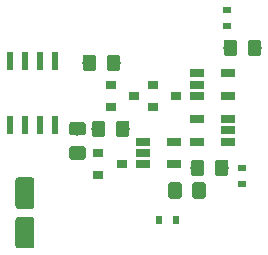
<source format=gbr>
G04 #@! TF.GenerationSoftware,KiCad,Pcbnew,(5.1.0)-1*
G04 #@! TF.CreationDate,2019-04-16T00:07:38+07:00*
G04 #@! TF.ProjectId,Bano,42616e6f-2e6b-4696-9361-645f70636258,rev?*
G04 #@! TF.SameCoordinates,Original*
G04 #@! TF.FileFunction,Paste,Top*
G04 #@! TF.FilePolarity,Positive*
%FSLAX46Y46*%
G04 Gerber Fmt 4.6, Leading zero omitted, Abs format (unit mm)*
G04 Created by KiCad (PCBNEW (5.1.0)-1) date 2019-04-16 00:07:38*
%MOMM*%
%LPD*%
G04 APERTURE LIST*
%ADD10C,0.100000*%
%ADD11C,1.600000*%
%ADD12R,0.700000X0.600000*%
%ADD13R,0.600000X0.700000*%
%ADD14R,0.900000X0.800000*%
%ADD15C,1.150000*%
%ADD16R,0.600000X1.550000*%
%ADD17R,1.220000X0.650000*%
G04 APERTURE END LIST*
D10*
G36*
X69789504Y-61311204D02*
G01*
X69813773Y-61314804D01*
X69837571Y-61320765D01*
X69860671Y-61329030D01*
X69882849Y-61339520D01*
X69903893Y-61352133D01*
X69923598Y-61366747D01*
X69941777Y-61383223D01*
X69958253Y-61401402D01*
X69972867Y-61421107D01*
X69985480Y-61442151D01*
X69995970Y-61464329D01*
X70004235Y-61487429D01*
X70010196Y-61511227D01*
X70013796Y-61535496D01*
X70015000Y-61560000D01*
X70015000Y-63710000D01*
X70013796Y-63734504D01*
X70010196Y-63758773D01*
X70004235Y-63782571D01*
X69995970Y-63805671D01*
X69985480Y-63827849D01*
X69972867Y-63848893D01*
X69958253Y-63868598D01*
X69941777Y-63886777D01*
X69923598Y-63903253D01*
X69903893Y-63917867D01*
X69882849Y-63930480D01*
X69860671Y-63940970D01*
X69837571Y-63949235D01*
X69813773Y-63955196D01*
X69789504Y-63958796D01*
X69765000Y-63960000D01*
X68665000Y-63960000D01*
X68640496Y-63958796D01*
X68616227Y-63955196D01*
X68592429Y-63949235D01*
X68569329Y-63940970D01*
X68547151Y-63930480D01*
X68526107Y-63917867D01*
X68506402Y-63903253D01*
X68488223Y-63886777D01*
X68471747Y-63868598D01*
X68457133Y-63848893D01*
X68444520Y-63827849D01*
X68434030Y-63805671D01*
X68425765Y-63782571D01*
X68419804Y-63758773D01*
X68416204Y-63734504D01*
X68415000Y-63710000D01*
X68415000Y-61560000D01*
X68416204Y-61535496D01*
X68419804Y-61511227D01*
X68425765Y-61487429D01*
X68434030Y-61464329D01*
X68444520Y-61442151D01*
X68457133Y-61421107D01*
X68471747Y-61401402D01*
X68488223Y-61383223D01*
X68506402Y-61366747D01*
X68526107Y-61352133D01*
X68547151Y-61339520D01*
X68569329Y-61329030D01*
X68592429Y-61320765D01*
X68616227Y-61314804D01*
X68640496Y-61311204D01*
X68665000Y-61310000D01*
X69765000Y-61310000D01*
X69789504Y-61311204D01*
X69789504Y-61311204D01*
G37*
D11*
X69215000Y-62635000D03*
D10*
G36*
X69789504Y-57961204D02*
G01*
X69813773Y-57964804D01*
X69837571Y-57970765D01*
X69860671Y-57979030D01*
X69882849Y-57989520D01*
X69903893Y-58002133D01*
X69923598Y-58016747D01*
X69941777Y-58033223D01*
X69958253Y-58051402D01*
X69972867Y-58071107D01*
X69985480Y-58092151D01*
X69995970Y-58114329D01*
X70004235Y-58137429D01*
X70010196Y-58161227D01*
X70013796Y-58185496D01*
X70015000Y-58210000D01*
X70015000Y-60360000D01*
X70013796Y-60384504D01*
X70010196Y-60408773D01*
X70004235Y-60432571D01*
X69995970Y-60455671D01*
X69985480Y-60477849D01*
X69972867Y-60498893D01*
X69958253Y-60518598D01*
X69941777Y-60536777D01*
X69923598Y-60553253D01*
X69903893Y-60567867D01*
X69882849Y-60580480D01*
X69860671Y-60590970D01*
X69837571Y-60599235D01*
X69813773Y-60605196D01*
X69789504Y-60608796D01*
X69765000Y-60610000D01*
X68665000Y-60610000D01*
X68640496Y-60608796D01*
X68616227Y-60605196D01*
X68592429Y-60599235D01*
X68569329Y-60590970D01*
X68547151Y-60580480D01*
X68526107Y-60567867D01*
X68506402Y-60553253D01*
X68488223Y-60536777D01*
X68471747Y-60518598D01*
X68457133Y-60498893D01*
X68444520Y-60477849D01*
X68434030Y-60455671D01*
X68425765Y-60432571D01*
X68419804Y-60408773D01*
X68416204Y-60384504D01*
X68415000Y-60360000D01*
X68415000Y-58210000D01*
X68416204Y-58185496D01*
X68419804Y-58161227D01*
X68425765Y-58137429D01*
X68434030Y-58114329D01*
X68444520Y-58092151D01*
X68457133Y-58071107D01*
X68471747Y-58051402D01*
X68488223Y-58033223D01*
X68506402Y-58016747D01*
X68526107Y-58002133D01*
X68547151Y-57989520D01*
X68569329Y-57979030D01*
X68592429Y-57970765D01*
X68616227Y-57964804D01*
X68640496Y-57961204D01*
X68665000Y-57960000D01*
X69765000Y-57960000D01*
X69789504Y-57961204D01*
X69789504Y-57961204D01*
G37*
D11*
X69215000Y-59285000D03*
D12*
X86360000Y-43750000D03*
X86360000Y-45150000D03*
X87630000Y-57150000D03*
X87630000Y-58550000D03*
D13*
X80580000Y-61595000D03*
X81980000Y-61595000D03*
D14*
X80026000Y-50104000D03*
X80026000Y-52004000D03*
X82026000Y-51054000D03*
X76470000Y-50104000D03*
X76470000Y-52004000D03*
X78470000Y-51054000D03*
X77438000Y-56830000D03*
X75438000Y-57780000D03*
X75438000Y-55880000D03*
D10*
G36*
X75016505Y-47561204D02*
G01*
X75040773Y-47564804D01*
X75064572Y-47570765D01*
X75087671Y-47579030D01*
X75109850Y-47589520D01*
X75130893Y-47602132D01*
X75150599Y-47616747D01*
X75168777Y-47633223D01*
X75185253Y-47651401D01*
X75199868Y-47671107D01*
X75212480Y-47692150D01*
X75222970Y-47714329D01*
X75231235Y-47737428D01*
X75237196Y-47761227D01*
X75240796Y-47785495D01*
X75242000Y-47809999D01*
X75242000Y-48710001D01*
X75240796Y-48734505D01*
X75237196Y-48758773D01*
X75231235Y-48782572D01*
X75222970Y-48805671D01*
X75212480Y-48827850D01*
X75199868Y-48848893D01*
X75185253Y-48868599D01*
X75168777Y-48886777D01*
X75150599Y-48903253D01*
X75130893Y-48917868D01*
X75109850Y-48930480D01*
X75087671Y-48940970D01*
X75064572Y-48949235D01*
X75040773Y-48955196D01*
X75016505Y-48958796D01*
X74992001Y-48960000D01*
X74341999Y-48960000D01*
X74317495Y-48958796D01*
X74293227Y-48955196D01*
X74269428Y-48949235D01*
X74246329Y-48940970D01*
X74224150Y-48930480D01*
X74203107Y-48917868D01*
X74183401Y-48903253D01*
X74165223Y-48886777D01*
X74148747Y-48868599D01*
X74134132Y-48848893D01*
X74121520Y-48827850D01*
X74111030Y-48805671D01*
X74102765Y-48782572D01*
X74096804Y-48758773D01*
X74093204Y-48734505D01*
X74092000Y-48710001D01*
X74092000Y-47809999D01*
X74093204Y-47785495D01*
X74096804Y-47761227D01*
X74102765Y-47737428D01*
X74111030Y-47714329D01*
X74121520Y-47692150D01*
X74134132Y-47671107D01*
X74148747Y-47651401D01*
X74165223Y-47633223D01*
X74183401Y-47616747D01*
X74203107Y-47602132D01*
X74224150Y-47589520D01*
X74246329Y-47579030D01*
X74269428Y-47570765D01*
X74293227Y-47564804D01*
X74317495Y-47561204D01*
X74341999Y-47560000D01*
X74992001Y-47560000D01*
X75016505Y-47561204D01*
X75016505Y-47561204D01*
G37*
D15*
X74667000Y-48260000D03*
D10*
G36*
X77066505Y-47561204D02*
G01*
X77090773Y-47564804D01*
X77114572Y-47570765D01*
X77137671Y-47579030D01*
X77159850Y-47589520D01*
X77180893Y-47602132D01*
X77200599Y-47616747D01*
X77218777Y-47633223D01*
X77235253Y-47651401D01*
X77249868Y-47671107D01*
X77262480Y-47692150D01*
X77272970Y-47714329D01*
X77281235Y-47737428D01*
X77287196Y-47761227D01*
X77290796Y-47785495D01*
X77292000Y-47809999D01*
X77292000Y-48710001D01*
X77290796Y-48734505D01*
X77287196Y-48758773D01*
X77281235Y-48782572D01*
X77272970Y-48805671D01*
X77262480Y-48827850D01*
X77249868Y-48848893D01*
X77235253Y-48868599D01*
X77218777Y-48886777D01*
X77200599Y-48903253D01*
X77180893Y-48917868D01*
X77159850Y-48930480D01*
X77137671Y-48940970D01*
X77114572Y-48949235D01*
X77090773Y-48955196D01*
X77066505Y-48958796D01*
X77042001Y-48960000D01*
X76391999Y-48960000D01*
X76367495Y-48958796D01*
X76343227Y-48955196D01*
X76319428Y-48949235D01*
X76296329Y-48940970D01*
X76274150Y-48930480D01*
X76253107Y-48917868D01*
X76233401Y-48903253D01*
X76215223Y-48886777D01*
X76198747Y-48868599D01*
X76184132Y-48848893D01*
X76171520Y-48827850D01*
X76161030Y-48805671D01*
X76152765Y-48782572D01*
X76146804Y-48758773D01*
X76143204Y-48734505D01*
X76142000Y-48710001D01*
X76142000Y-47809999D01*
X76143204Y-47785495D01*
X76146804Y-47761227D01*
X76152765Y-47737428D01*
X76161030Y-47714329D01*
X76171520Y-47692150D01*
X76184132Y-47671107D01*
X76198747Y-47651401D01*
X76215223Y-47633223D01*
X76233401Y-47616747D01*
X76253107Y-47602132D01*
X76274150Y-47589520D01*
X76296329Y-47579030D01*
X76319428Y-47570765D01*
X76343227Y-47564804D01*
X76367495Y-47561204D01*
X76391999Y-47560000D01*
X77042001Y-47560000D01*
X77066505Y-47561204D01*
X77066505Y-47561204D01*
G37*
D15*
X76717000Y-48260000D03*
D10*
G36*
X77837505Y-53149204D02*
G01*
X77861773Y-53152804D01*
X77885572Y-53158765D01*
X77908671Y-53167030D01*
X77930850Y-53177520D01*
X77951893Y-53190132D01*
X77971599Y-53204747D01*
X77989777Y-53221223D01*
X78006253Y-53239401D01*
X78020868Y-53259107D01*
X78033480Y-53280150D01*
X78043970Y-53302329D01*
X78052235Y-53325428D01*
X78058196Y-53349227D01*
X78061796Y-53373495D01*
X78063000Y-53397999D01*
X78063000Y-54298001D01*
X78061796Y-54322505D01*
X78058196Y-54346773D01*
X78052235Y-54370572D01*
X78043970Y-54393671D01*
X78033480Y-54415850D01*
X78020868Y-54436893D01*
X78006253Y-54456599D01*
X77989777Y-54474777D01*
X77971599Y-54491253D01*
X77951893Y-54505868D01*
X77930850Y-54518480D01*
X77908671Y-54528970D01*
X77885572Y-54537235D01*
X77861773Y-54543196D01*
X77837505Y-54546796D01*
X77813001Y-54548000D01*
X77162999Y-54548000D01*
X77138495Y-54546796D01*
X77114227Y-54543196D01*
X77090428Y-54537235D01*
X77067329Y-54528970D01*
X77045150Y-54518480D01*
X77024107Y-54505868D01*
X77004401Y-54491253D01*
X76986223Y-54474777D01*
X76969747Y-54456599D01*
X76955132Y-54436893D01*
X76942520Y-54415850D01*
X76932030Y-54393671D01*
X76923765Y-54370572D01*
X76917804Y-54346773D01*
X76914204Y-54322505D01*
X76913000Y-54298001D01*
X76913000Y-53397999D01*
X76914204Y-53373495D01*
X76917804Y-53349227D01*
X76923765Y-53325428D01*
X76932030Y-53302329D01*
X76942520Y-53280150D01*
X76955132Y-53259107D01*
X76969747Y-53239401D01*
X76986223Y-53221223D01*
X77004401Y-53204747D01*
X77024107Y-53190132D01*
X77045150Y-53177520D01*
X77067329Y-53167030D01*
X77090428Y-53158765D01*
X77114227Y-53152804D01*
X77138495Y-53149204D01*
X77162999Y-53148000D01*
X77813001Y-53148000D01*
X77837505Y-53149204D01*
X77837505Y-53149204D01*
G37*
D15*
X77488000Y-53848000D03*
D10*
G36*
X75787505Y-53149204D02*
G01*
X75811773Y-53152804D01*
X75835572Y-53158765D01*
X75858671Y-53167030D01*
X75880850Y-53177520D01*
X75901893Y-53190132D01*
X75921599Y-53204747D01*
X75939777Y-53221223D01*
X75956253Y-53239401D01*
X75970868Y-53259107D01*
X75983480Y-53280150D01*
X75993970Y-53302329D01*
X76002235Y-53325428D01*
X76008196Y-53349227D01*
X76011796Y-53373495D01*
X76013000Y-53397999D01*
X76013000Y-54298001D01*
X76011796Y-54322505D01*
X76008196Y-54346773D01*
X76002235Y-54370572D01*
X75993970Y-54393671D01*
X75983480Y-54415850D01*
X75970868Y-54436893D01*
X75956253Y-54456599D01*
X75939777Y-54474777D01*
X75921599Y-54491253D01*
X75901893Y-54505868D01*
X75880850Y-54518480D01*
X75858671Y-54528970D01*
X75835572Y-54537235D01*
X75811773Y-54543196D01*
X75787505Y-54546796D01*
X75763001Y-54548000D01*
X75112999Y-54548000D01*
X75088495Y-54546796D01*
X75064227Y-54543196D01*
X75040428Y-54537235D01*
X75017329Y-54528970D01*
X74995150Y-54518480D01*
X74974107Y-54505868D01*
X74954401Y-54491253D01*
X74936223Y-54474777D01*
X74919747Y-54456599D01*
X74905132Y-54436893D01*
X74892520Y-54415850D01*
X74882030Y-54393671D01*
X74873765Y-54370572D01*
X74867804Y-54346773D01*
X74864204Y-54322505D01*
X74863000Y-54298001D01*
X74863000Y-53397999D01*
X74864204Y-53373495D01*
X74867804Y-53349227D01*
X74873765Y-53325428D01*
X74882030Y-53302329D01*
X74892520Y-53280150D01*
X74905132Y-53259107D01*
X74919747Y-53239401D01*
X74936223Y-53221223D01*
X74954401Y-53204747D01*
X74974107Y-53190132D01*
X74995150Y-53177520D01*
X75017329Y-53167030D01*
X75040428Y-53158765D01*
X75064227Y-53152804D01*
X75088495Y-53149204D01*
X75112999Y-53148000D01*
X75763001Y-53148000D01*
X75787505Y-53149204D01*
X75787505Y-53149204D01*
G37*
D15*
X75438000Y-53848000D03*
D10*
G36*
X74134505Y-55306204D02*
G01*
X74158773Y-55309804D01*
X74182572Y-55315765D01*
X74205671Y-55324030D01*
X74227850Y-55334520D01*
X74248893Y-55347132D01*
X74268599Y-55361747D01*
X74286777Y-55378223D01*
X74303253Y-55396401D01*
X74317868Y-55416107D01*
X74330480Y-55437150D01*
X74340970Y-55459329D01*
X74349235Y-55482428D01*
X74355196Y-55506227D01*
X74358796Y-55530495D01*
X74360000Y-55554999D01*
X74360000Y-56205001D01*
X74358796Y-56229505D01*
X74355196Y-56253773D01*
X74349235Y-56277572D01*
X74340970Y-56300671D01*
X74330480Y-56322850D01*
X74317868Y-56343893D01*
X74303253Y-56363599D01*
X74286777Y-56381777D01*
X74268599Y-56398253D01*
X74248893Y-56412868D01*
X74227850Y-56425480D01*
X74205671Y-56435970D01*
X74182572Y-56444235D01*
X74158773Y-56450196D01*
X74134505Y-56453796D01*
X74110001Y-56455000D01*
X73209999Y-56455000D01*
X73185495Y-56453796D01*
X73161227Y-56450196D01*
X73137428Y-56444235D01*
X73114329Y-56435970D01*
X73092150Y-56425480D01*
X73071107Y-56412868D01*
X73051401Y-56398253D01*
X73033223Y-56381777D01*
X73016747Y-56363599D01*
X73002132Y-56343893D01*
X72989520Y-56322850D01*
X72979030Y-56300671D01*
X72970765Y-56277572D01*
X72964804Y-56253773D01*
X72961204Y-56229505D01*
X72960000Y-56205001D01*
X72960000Y-55554999D01*
X72961204Y-55530495D01*
X72964804Y-55506227D01*
X72970765Y-55482428D01*
X72979030Y-55459329D01*
X72989520Y-55437150D01*
X73002132Y-55416107D01*
X73016747Y-55396401D01*
X73033223Y-55378223D01*
X73051401Y-55361747D01*
X73071107Y-55347132D01*
X73092150Y-55334520D01*
X73114329Y-55324030D01*
X73137428Y-55315765D01*
X73161227Y-55309804D01*
X73185495Y-55306204D01*
X73209999Y-55305000D01*
X74110001Y-55305000D01*
X74134505Y-55306204D01*
X74134505Y-55306204D01*
G37*
D15*
X73660000Y-55880000D03*
D10*
G36*
X74134505Y-53256204D02*
G01*
X74158773Y-53259804D01*
X74182572Y-53265765D01*
X74205671Y-53274030D01*
X74227850Y-53284520D01*
X74248893Y-53297132D01*
X74268599Y-53311747D01*
X74286777Y-53328223D01*
X74303253Y-53346401D01*
X74317868Y-53366107D01*
X74330480Y-53387150D01*
X74340970Y-53409329D01*
X74349235Y-53432428D01*
X74355196Y-53456227D01*
X74358796Y-53480495D01*
X74360000Y-53504999D01*
X74360000Y-54155001D01*
X74358796Y-54179505D01*
X74355196Y-54203773D01*
X74349235Y-54227572D01*
X74340970Y-54250671D01*
X74330480Y-54272850D01*
X74317868Y-54293893D01*
X74303253Y-54313599D01*
X74286777Y-54331777D01*
X74268599Y-54348253D01*
X74248893Y-54362868D01*
X74227850Y-54375480D01*
X74205671Y-54385970D01*
X74182572Y-54394235D01*
X74158773Y-54400196D01*
X74134505Y-54403796D01*
X74110001Y-54405000D01*
X73209999Y-54405000D01*
X73185495Y-54403796D01*
X73161227Y-54400196D01*
X73137428Y-54394235D01*
X73114329Y-54385970D01*
X73092150Y-54375480D01*
X73071107Y-54362868D01*
X73051401Y-54348253D01*
X73033223Y-54331777D01*
X73016747Y-54313599D01*
X73002132Y-54293893D01*
X72989520Y-54272850D01*
X72979030Y-54250671D01*
X72970765Y-54227572D01*
X72964804Y-54203773D01*
X72961204Y-54179505D01*
X72960000Y-54155001D01*
X72960000Y-53504999D01*
X72961204Y-53480495D01*
X72964804Y-53456227D01*
X72970765Y-53432428D01*
X72979030Y-53409329D01*
X72989520Y-53387150D01*
X73002132Y-53366107D01*
X73016747Y-53346401D01*
X73033223Y-53328223D01*
X73051401Y-53311747D01*
X73071107Y-53297132D01*
X73092150Y-53284520D01*
X73114329Y-53274030D01*
X73137428Y-53265765D01*
X73161227Y-53259804D01*
X73185495Y-53256204D01*
X73209999Y-53255000D01*
X74110001Y-53255000D01*
X74134505Y-53256204D01*
X74134505Y-53256204D01*
G37*
D15*
X73660000Y-53830000D03*
D10*
G36*
X89004505Y-46291204D02*
G01*
X89028773Y-46294804D01*
X89052572Y-46300765D01*
X89075671Y-46309030D01*
X89097850Y-46319520D01*
X89118893Y-46332132D01*
X89138599Y-46346747D01*
X89156777Y-46363223D01*
X89173253Y-46381401D01*
X89187868Y-46401107D01*
X89200480Y-46422150D01*
X89210970Y-46444329D01*
X89219235Y-46467428D01*
X89225196Y-46491227D01*
X89228796Y-46515495D01*
X89230000Y-46539999D01*
X89230000Y-47440001D01*
X89228796Y-47464505D01*
X89225196Y-47488773D01*
X89219235Y-47512572D01*
X89210970Y-47535671D01*
X89200480Y-47557850D01*
X89187868Y-47578893D01*
X89173253Y-47598599D01*
X89156777Y-47616777D01*
X89138599Y-47633253D01*
X89118893Y-47647868D01*
X89097850Y-47660480D01*
X89075671Y-47670970D01*
X89052572Y-47679235D01*
X89028773Y-47685196D01*
X89004505Y-47688796D01*
X88980001Y-47690000D01*
X88329999Y-47690000D01*
X88305495Y-47688796D01*
X88281227Y-47685196D01*
X88257428Y-47679235D01*
X88234329Y-47670970D01*
X88212150Y-47660480D01*
X88191107Y-47647868D01*
X88171401Y-47633253D01*
X88153223Y-47616777D01*
X88136747Y-47598599D01*
X88122132Y-47578893D01*
X88109520Y-47557850D01*
X88099030Y-47535671D01*
X88090765Y-47512572D01*
X88084804Y-47488773D01*
X88081204Y-47464505D01*
X88080000Y-47440001D01*
X88080000Y-46539999D01*
X88081204Y-46515495D01*
X88084804Y-46491227D01*
X88090765Y-46467428D01*
X88099030Y-46444329D01*
X88109520Y-46422150D01*
X88122132Y-46401107D01*
X88136747Y-46381401D01*
X88153223Y-46363223D01*
X88171401Y-46346747D01*
X88191107Y-46332132D01*
X88212150Y-46319520D01*
X88234329Y-46309030D01*
X88257428Y-46300765D01*
X88281227Y-46294804D01*
X88305495Y-46291204D01*
X88329999Y-46290000D01*
X88980001Y-46290000D01*
X89004505Y-46291204D01*
X89004505Y-46291204D01*
G37*
D15*
X88655000Y-46990000D03*
D10*
G36*
X86954505Y-46291204D02*
G01*
X86978773Y-46294804D01*
X87002572Y-46300765D01*
X87025671Y-46309030D01*
X87047850Y-46319520D01*
X87068893Y-46332132D01*
X87088599Y-46346747D01*
X87106777Y-46363223D01*
X87123253Y-46381401D01*
X87137868Y-46401107D01*
X87150480Y-46422150D01*
X87160970Y-46444329D01*
X87169235Y-46467428D01*
X87175196Y-46491227D01*
X87178796Y-46515495D01*
X87180000Y-46539999D01*
X87180000Y-47440001D01*
X87178796Y-47464505D01*
X87175196Y-47488773D01*
X87169235Y-47512572D01*
X87160970Y-47535671D01*
X87150480Y-47557850D01*
X87137868Y-47578893D01*
X87123253Y-47598599D01*
X87106777Y-47616777D01*
X87088599Y-47633253D01*
X87068893Y-47647868D01*
X87047850Y-47660480D01*
X87025671Y-47670970D01*
X87002572Y-47679235D01*
X86978773Y-47685196D01*
X86954505Y-47688796D01*
X86930001Y-47690000D01*
X86279999Y-47690000D01*
X86255495Y-47688796D01*
X86231227Y-47685196D01*
X86207428Y-47679235D01*
X86184329Y-47670970D01*
X86162150Y-47660480D01*
X86141107Y-47647868D01*
X86121401Y-47633253D01*
X86103223Y-47616777D01*
X86086747Y-47598599D01*
X86072132Y-47578893D01*
X86059520Y-47557850D01*
X86049030Y-47535671D01*
X86040765Y-47512572D01*
X86034804Y-47488773D01*
X86031204Y-47464505D01*
X86030000Y-47440001D01*
X86030000Y-46539999D01*
X86031204Y-46515495D01*
X86034804Y-46491227D01*
X86040765Y-46467428D01*
X86049030Y-46444329D01*
X86059520Y-46422150D01*
X86072132Y-46401107D01*
X86086747Y-46381401D01*
X86103223Y-46363223D01*
X86121401Y-46346747D01*
X86141107Y-46332132D01*
X86162150Y-46319520D01*
X86184329Y-46309030D01*
X86207428Y-46300765D01*
X86231227Y-46294804D01*
X86255495Y-46291204D01*
X86279999Y-46290000D01*
X86930001Y-46290000D01*
X86954505Y-46291204D01*
X86954505Y-46291204D01*
G37*
D15*
X86605000Y-46990000D03*
D10*
G36*
X84169505Y-56451204D02*
G01*
X84193773Y-56454804D01*
X84217572Y-56460765D01*
X84240671Y-56469030D01*
X84262850Y-56479520D01*
X84283893Y-56492132D01*
X84303599Y-56506747D01*
X84321777Y-56523223D01*
X84338253Y-56541401D01*
X84352868Y-56561107D01*
X84365480Y-56582150D01*
X84375970Y-56604329D01*
X84384235Y-56627428D01*
X84390196Y-56651227D01*
X84393796Y-56675495D01*
X84395000Y-56699999D01*
X84395000Y-57600001D01*
X84393796Y-57624505D01*
X84390196Y-57648773D01*
X84384235Y-57672572D01*
X84375970Y-57695671D01*
X84365480Y-57717850D01*
X84352868Y-57738893D01*
X84338253Y-57758599D01*
X84321777Y-57776777D01*
X84303599Y-57793253D01*
X84283893Y-57807868D01*
X84262850Y-57820480D01*
X84240671Y-57830970D01*
X84217572Y-57839235D01*
X84193773Y-57845196D01*
X84169505Y-57848796D01*
X84145001Y-57850000D01*
X83494999Y-57850000D01*
X83470495Y-57848796D01*
X83446227Y-57845196D01*
X83422428Y-57839235D01*
X83399329Y-57830970D01*
X83377150Y-57820480D01*
X83356107Y-57807868D01*
X83336401Y-57793253D01*
X83318223Y-57776777D01*
X83301747Y-57758599D01*
X83287132Y-57738893D01*
X83274520Y-57717850D01*
X83264030Y-57695671D01*
X83255765Y-57672572D01*
X83249804Y-57648773D01*
X83246204Y-57624505D01*
X83245000Y-57600001D01*
X83245000Y-56699999D01*
X83246204Y-56675495D01*
X83249804Y-56651227D01*
X83255765Y-56627428D01*
X83264030Y-56604329D01*
X83274520Y-56582150D01*
X83287132Y-56561107D01*
X83301747Y-56541401D01*
X83318223Y-56523223D01*
X83336401Y-56506747D01*
X83356107Y-56492132D01*
X83377150Y-56479520D01*
X83399329Y-56469030D01*
X83422428Y-56460765D01*
X83446227Y-56454804D01*
X83470495Y-56451204D01*
X83494999Y-56450000D01*
X84145001Y-56450000D01*
X84169505Y-56451204D01*
X84169505Y-56451204D01*
G37*
D15*
X83820000Y-57150000D03*
D10*
G36*
X86219505Y-56451204D02*
G01*
X86243773Y-56454804D01*
X86267572Y-56460765D01*
X86290671Y-56469030D01*
X86312850Y-56479520D01*
X86333893Y-56492132D01*
X86353599Y-56506747D01*
X86371777Y-56523223D01*
X86388253Y-56541401D01*
X86402868Y-56561107D01*
X86415480Y-56582150D01*
X86425970Y-56604329D01*
X86434235Y-56627428D01*
X86440196Y-56651227D01*
X86443796Y-56675495D01*
X86445000Y-56699999D01*
X86445000Y-57600001D01*
X86443796Y-57624505D01*
X86440196Y-57648773D01*
X86434235Y-57672572D01*
X86425970Y-57695671D01*
X86415480Y-57717850D01*
X86402868Y-57738893D01*
X86388253Y-57758599D01*
X86371777Y-57776777D01*
X86353599Y-57793253D01*
X86333893Y-57807868D01*
X86312850Y-57820480D01*
X86290671Y-57830970D01*
X86267572Y-57839235D01*
X86243773Y-57845196D01*
X86219505Y-57848796D01*
X86195001Y-57850000D01*
X85544999Y-57850000D01*
X85520495Y-57848796D01*
X85496227Y-57845196D01*
X85472428Y-57839235D01*
X85449329Y-57830970D01*
X85427150Y-57820480D01*
X85406107Y-57807868D01*
X85386401Y-57793253D01*
X85368223Y-57776777D01*
X85351747Y-57758599D01*
X85337132Y-57738893D01*
X85324520Y-57717850D01*
X85314030Y-57695671D01*
X85305765Y-57672572D01*
X85299804Y-57648773D01*
X85296204Y-57624505D01*
X85295000Y-57600001D01*
X85295000Y-56699999D01*
X85296204Y-56675495D01*
X85299804Y-56651227D01*
X85305765Y-56627428D01*
X85314030Y-56604329D01*
X85324520Y-56582150D01*
X85337132Y-56561107D01*
X85351747Y-56541401D01*
X85368223Y-56523223D01*
X85386401Y-56506747D01*
X85406107Y-56492132D01*
X85427150Y-56479520D01*
X85449329Y-56469030D01*
X85472428Y-56460765D01*
X85496227Y-56454804D01*
X85520495Y-56451204D01*
X85544999Y-56450000D01*
X86195001Y-56450000D01*
X86219505Y-56451204D01*
X86219505Y-56451204D01*
G37*
D15*
X85870000Y-57150000D03*
D10*
G36*
X84314505Y-58356204D02*
G01*
X84338773Y-58359804D01*
X84362572Y-58365765D01*
X84385671Y-58374030D01*
X84407850Y-58384520D01*
X84428893Y-58397132D01*
X84448599Y-58411747D01*
X84466777Y-58428223D01*
X84483253Y-58446401D01*
X84497868Y-58466107D01*
X84510480Y-58487150D01*
X84520970Y-58509329D01*
X84529235Y-58532428D01*
X84535196Y-58556227D01*
X84538796Y-58580495D01*
X84540000Y-58604999D01*
X84540000Y-59505001D01*
X84538796Y-59529505D01*
X84535196Y-59553773D01*
X84529235Y-59577572D01*
X84520970Y-59600671D01*
X84510480Y-59622850D01*
X84497868Y-59643893D01*
X84483253Y-59663599D01*
X84466777Y-59681777D01*
X84448599Y-59698253D01*
X84428893Y-59712868D01*
X84407850Y-59725480D01*
X84385671Y-59735970D01*
X84362572Y-59744235D01*
X84338773Y-59750196D01*
X84314505Y-59753796D01*
X84290001Y-59755000D01*
X83639999Y-59755000D01*
X83615495Y-59753796D01*
X83591227Y-59750196D01*
X83567428Y-59744235D01*
X83544329Y-59735970D01*
X83522150Y-59725480D01*
X83501107Y-59712868D01*
X83481401Y-59698253D01*
X83463223Y-59681777D01*
X83446747Y-59663599D01*
X83432132Y-59643893D01*
X83419520Y-59622850D01*
X83409030Y-59600671D01*
X83400765Y-59577572D01*
X83394804Y-59553773D01*
X83391204Y-59529505D01*
X83390000Y-59505001D01*
X83390000Y-58604999D01*
X83391204Y-58580495D01*
X83394804Y-58556227D01*
X83400765Y-58532428D01*
X83409030Y-58509329D01*
X83419520Y-58487150D01*
X83432132Y-58466107D01*
X83446747Y-58446401D01*
X83463223Y-58428223D01*
X83481401Y-58411747D01*
X83501107Y-58397132D01*
X83522150Y-58384520D01*
X83544329Y-58374030D01*
X83567428Y-58365765D01*
X83591227Y-58359804D01*
X83615495Y-58356204D01*
X83639999Y-58355000D01*
X84290001Y-58355000D01*
X84314505Y-58356204D01*
X84314505Y-58356204D01*
G37*
D15*
X83965000Y-59055000D03*
D10*
G36*
X82264505Y-58356204D02*
G01*
X82288773Y-58359804D01*
X82312572Y-58365765D01*
X82335671Y-58374030D01*
X82357850Y-58384520D01*
X82378893Y-58397132D01*
X82398599Y-58411747D01*
X82416777Y-58428223D01*
X82433253Y-58446401D01*
X82447868Y-58466107D01*
X82460480Y-58487150D01*
X82470970Y-58509329D01*
X82479235Y-58532428D01*
X82485196Y-58556227D01*
X82488796Y-58580495D01*
X82490000Y-58604999D01*
X82490000Y-59505001D01*
X82488796Y-59529505D01*
X82485196Y-59553773D01*
X82479235Y-59577572D01*
X82470970Y-59600671D01*
X82460480Y-59622850D01*
X82447868Y-59643893D01*
X82433253Y-59663599D01*
X82416777Y-59681777D01*
X82398599Y-59698253D01*
X82378893Y-59712868D01*
X82357850Y-59725480D01*
X82335671Y-59735970D01*
X82312572Y-59744235D01*
X82288773Y-59750196D01*
X82264505Y-59753796D01*
X82240001Y-59755000D01*
X81589999Y-59755000D01*
X81565495Y-59753796D01*
X81541227Y-59750196D01*
X81517428Y-59744235D01*
X81494329Y-59735970D01*
X81472150Y-59725480D01*
X81451107Y-59712868D01*
X81431401Y-59698253D01*
X81413223Y-59681777D01*
X81396747Y-59663599D01*
X81382132Y-59643893D01*
X81369520Y-59622850D01*
X81359030Y-59600671D01*
X81350765Y-59577572D01*
X81344804Y-59553773D01*
X81341204Y-59529505D01*
X81340000Y-59505001D01*
X81340000Y-58604999D01*
X81341204Y-58580495D01*
X81344804Y-58556227D01*
X81350765Y-58532428D01*
X81359030Y-58509329D01*
X81369520Y-58487150D01*
X81382132Y-58466107D01*
X81396747Y-58446401D01*
X81413223Y-58428223D01*
X81431401Y-58411747D01*
X81451107Y-58397132D01*
X81472150Y-58384520D01*
X81494329Y-58374030D01*
X81517428Y-58365765D01*
X81541227Y-58359804D01*
X81565495Y-58356204D01*
X81589999Y-58355000D01*
X82240001Y-58355000D01*
X82264505Y-58356204D01*
X82264505Y-58356204D01*
G37*
D15*
X81915000Y-59055000D03*
D16*
X71755000Y-48100000D03*
X70485000Y-48100000D03*
X69215000Y-48100000D03*
X67945000Y-48100000D03*
X67945000Y-53500000D03*
X69215000Y-53500000D03*
X70485000Y-53500000D03*
X71755000Y-53500000D03*
D17*
X86440000Y-49154000D03*
X86440000Y-51054000D03*
X83820000Y-51054000D03*
X83820000Y-50104000D03*
X83820000Y-49154000D03*
X86400000Y-54925000D03*
X86400000Y-53975000D03*
X86400000Y-53025000D03*
X83780000Y-53025000D03*
X83780000Y-54925000D03*
X79248000Y-54930000D03*
X79248000Y-55880000D03*
X79248000Y-56830000D03*
X81868000Y-56830000D03*
X81868000Y-54930000D03*
M02*

</source>
